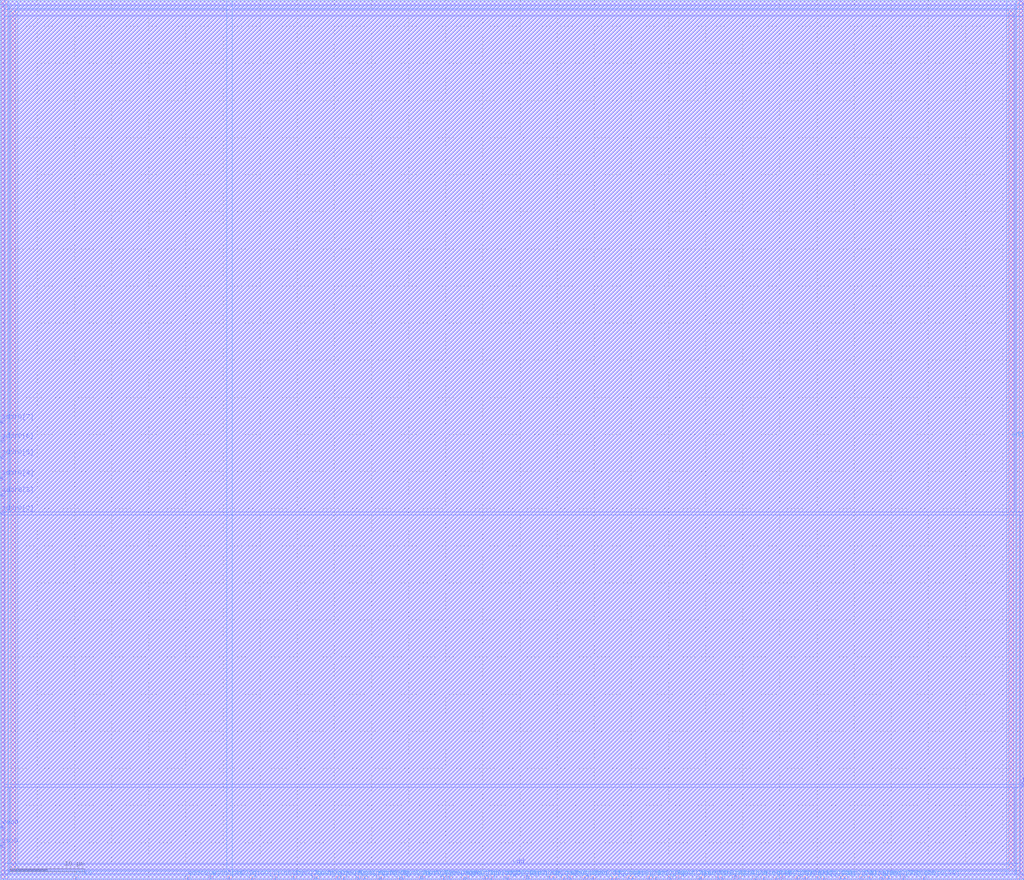
<source format=lef>
VERSION 5.4 ;
NAMESCASESENSITIVE ON ;
BUSBITCHARS "[]" ;
DIVIDERCHAR "/" ;
UNITS
  DATABASE MICRONS 2000 ;
END UNITS
MACRO imem
   CLASS BLOCK ;
   SIZE 137.9 BY 118.58 ;
   SYMMETRY X Y R90 ;
   PIN din0[0]
      DIRECTION INPUT ;
      PORT
         LAYER metal4 ;
         RECT  30.8 0.0 30.94 0.42 ;
      END
   END din0[0]
   PIN din0[1]
      DIRECTION INPUT ;
      PORT
         LAYER metal4 ;
         RECT  33.88 0.0 34.02 0.42 ;
      END
   END din0[1]
   PIN din0[2]
      DIRECTION INPUT ;
      PORT
         LAYER metal4 ;
         RECT  36.96 0.0 37.1 0.42 ;
      END
   END din0[2]
   PIN din0[3]
      DIRECTION INPUT ;
      PORT
         LAYER metal4 ;
         RECT  39.48 0.0 39.62 0.42 ;
      END
   END din0[3]
   PIN din0[4]
      DIRECTION INPUT ;
      PORT
         LAYER metal4 ;
         RECT  42.28 0.0 42.42 0.42 ;
      END
   END din0[4]
   PIN din0[5]
      DIRECTION INPUT ;
      PORT
         LAYER metal4 ;
         RECT  45.36 0.0 45.5 0.42 ;
      END
   END din0[5]
   PIN din0[6]
      DIRECTION INPUT ;
      PORT
         LAYER metal4 ;
         RECT  48.16 0.0 48.3 0.42 ;
      END
   END din0[6]
   PIN din0[7]
      DIRECTION INPUT ;
      PORT
         LAYER metal4 ;
         RECT  51.24 0.0 51.38 0.42 ;
      END
   END din0[7]
   PIN din0[8]
      DIRECTION INPUT ;
      PORT
         LAYER metal4 ;
         RECT  54.04 0.0 54.18 0.42 ;
      END
   END din0[8]
   PIN din0[9]
      DIRECTION INPUT ;
      PORT
         LAYER metal4 ;
         RECT  56.84 0.0 56.98 0.42 ;
      END
   END din0[9]
   PIN din0[10]
      DIRECTION INPUT ;
      PORT
         LAYER metal4 ;
         RECT  59.64 0.0 59.78 0.42 ;
      END
   END din0[10]
   PIN din0[11]
      DIRECTION INPUT ;
      PORT
         LAYER metal4 ;
         RECT  62.72 0.0 62.86 0.42 ;
      END
   END din0[11]
   PIN din0[12]
      DIRECTION INPUT ;
      PORT
         LAYER metal4 ;
         RECT  65.24 0.0 65.38 0.42 ;
      END
   END din0[12]
   PIN din0[13]
      DIRECTION INPUT ;
      PORT
         LAYER metal4 ;
         RECT  68.32 0.0 68.46 0.42 ;
      END
   END din0[13]
   PIN din0[14]
      DIRECTION INPUT ;
      PORT
         LAYER metal4 ;
         RECT  71.12 0.0 71.26 0.42 ;
      END
   END din0[14]
   PIN din0[15]
      DIRECTION INPUT ;
      PORT
         LAYER metal4 ;
         RECT  73.92 0.0 74.06 0.42 ;
      END
   END din0[15]
   PIN din0[16]
      DIRECTION INPUT ;
      PORT
         LAYER metal4 ;
         RECT  76.72 0.0 76.86 0.42 ;
      END
   END din0[16]
   PIN din0[17]
      DIRECTION INPUT ;
      PORT
         LAYER metal4 ;
         RECT  79.8 0.0 79.94 0.42 ;
      END
   END din0[17]
   PIN din0[18]
      DIRECTION INPUT ;
      PORT
         LAYER metal4 ;
         RECT  82.32 0.0 82.46 0.42 ;
      END
   END din0[18]
   PIN din0[19]
      DIRECTION INPUT ;
      PORT
         LAYER metal4 ;
         RECT  85.12 0.0 85.26 0.42 ;
      END
   END din0[19]
   PIN din0[20]
      DIRECTION INPUT ;
      PORT
         LAYER metal4 ;
         RECT  88.2 0.0 88.34 0.42 ;
      END
   END din0[20]
   PIN din0[21]
      DIRECTION INPUT ;
      PORT
         LAYER metal4 ;
         RECT  91.28 0.0 91.42 0.42 ;
      END
   END din0[21]
   PIN din0[22]
      DIRECTION INPUT ;
      PORT
         LAYER metal4 ;
         RECT  94.08 0.0 94.22 0.42 ;
      END
   END din0[22]
   PIN din0[23]
      DIRECTION INPUT ;
      PORT
         LAYER metal4 ;
         RECT  96.6 0.0 96.74 0.42 ;
      END
   END din0[23]
   PIN din0[24]
      DIRECTION INPUT ;
      PORT
         LAYER metal4 ;
         RECT  99.4 0.0 99.54 0.42 ;
      END
   END din0[24]
   PIN din0[25]
      DIRECTION INPUT ;
      PORT
         LAYER metal4 ;
         RECT  102.76 0.0 102.9 0.42 ;
      END
   END din0[25]
   PIN din0[26]
      DIRECTION INPUT ;
      PORT
         LAYER metal4 ;
         RECT  105.28 0.0 105.42 0.42 ;
      END
   END din0[26]
   PIN din0[27]
      DIRECTION INPUT ;
      PORT
         LAYER metal4 ;
         RECT  108.36 0.0 108.5 0.42 ;
      END
   END din0[27]
   PIN din0[28]
      DIRECTION INPUT ;
      PORT
         LAYER metal4 ;
         RECT  110.88 0.0 111.02 0.42 ;
      END
   END din0[28]
   PIN din0[29]
      DIRECTION INPUT ;
      PORT
         LAYER metal4 ;
         RECT  113.68 0.0 113.82 0.42 ;
      END
   END din0[29]
   PIN din0[30]
      DIRECTION INPUT ;
      PORT
         LAYER metal4 ;
         RECT  117.04 0.0 117.18 0.42 ;
      END
   END din0[30]
   PIN din0[31]
      DIRECTION INPUT ;
      PORT
         LAYER metal4 ;
         RECT  119.56 0.0 119.7 0.42 ;
      END
   END din0[31]
   PIN addr0[0]
      DIRECTION INPUT ;
      PORT
         LAYER metal4 ;
         RECT  25.2 0.0 25.34 0.42 ;
      END
   END addr0[0]
   PIN addr0[1]
      DIRECTION INPUT ;
      PORT
         LAYER metal4 ;
         RECT  28.28 0.0 28.42 0.42 ;
      END
   END addr0[1]
   PIN addr0[2]
      DIRECTION INPUT ;
      PORT
         LAYER metal3 ;
         RECT  0.0 49.28 0.42 49.42 ;
      END
   END addr0[2]
   PIN addr0[3]
      DIRECTION INPUT ;
      PORT
         LAYER metal3 ;
         RECT  0.0 51.8 0.42 51.94 ;
      END
   END addr0[3]
   PIN addr0[4]
      DIRECTION INPUT ;
      PORT
         LAYER metal3 ;
         RECT  0.0 54.04 0.42 54.18 ;
      END
   END addr0[4]
   PIN addr0[5]
      DIRECTION INPUT ;
      PORT
         LAYER metal3 ;
         RECT  0.0 56.84 0.42 56.98 ;
      END
   END addr0[5]
   PIN addr0[6]
      DIRECTION INPUT ;
      PORT
         LAYER metal3 ;
         RECT  0.0 59.08 0.42 59.22 ;
      END
   END addr0[6]
   PIN addr0[7]
      DIRECTION INPUT ;
      PORT
         LAYER metal3 ;
         RECT  0.0 61.6 0.42 61.74 ;
      END
   END addr0[7]
   PIN csb0
      DIRECTION INPUT ;
      PORT
         LAYER metal3 ;
         RECT  0.0 4.48 0.42 4.62 ;
      END
   END csb0
   PIN web0
      DIRECTION INPUT ;
      PORT
         LAYER metal3 ;
         RECT  0.0 7.0 0.42 7.14 ;
      END
   END web0
   PIN clk0
      DIRECTION INPUT ;
      PORT
         LAYER metal4 ;
         RECT  10.08 0.0 10.22 0.42 ;
      END
   END clk0
   PIN dout0[0]
      DIRECTION OUTPUT ;
      PORT
         LAYER metal4 ;
         RECT  42.56 0.0 42.7 0.42 ;
      END
   END dout0[0]
   PIN dout0[1]
      DIRECTION OUTPUT ;
      PORT
         LAYER metal4 ;
         RECT  46.2 0.0 46.34 0.42 ;
      END
   END dout0[1]
   PIN dout0[2]
      DIRECTION OUTPUT ;
      PORT
         LAYER metal4 ;
         RECT  49.0 0.0 49.14 0.42 ;
      END
   END dout0[2]
   PIN dout0[3]
      DIRECTION OUTPUT ;
      PORT
         LAYER metal4 ;
         RECT  50.96 0.0 51.1 0.42 ;
      END
   END dout0[3]
   PIN dout0[4]
      DIRECTION OUTPUT ;
      PORT
         LAYER metal4 ;
         RECT  53.76 0.0 53.9 0.42 ;
      END
   END dout0[4]
   PIN dout0[5]
      DIRECTION OUTPUT ;
      PORT
         LAYER metal4 ;
         RECT  56.56 0.0 56.7 0.42 ;
      END
   END dout0[5]
   PIN dout0[6]
      DIRECTION OUTPUT ;
      PORT
         LAYER metal4 ;
         RECT  60.48 0.0 60.62 0.42 ;
      END
   END dout0[6]
   PIN dout0[7]
      DIRECTION OUTPUT ;
      PORT
         LAYER metal4 ;
         RECT  62.44 0.0 62.58 0.42 ;
      END
   END dout0[7]
   PIN dout0[8]
      DIRECTION OUTPUT ;
      PORT
         LAYER metal4 ;
         RECT  66.08 0.0 66.22 0.42 ;
      END
   END dout0[8]
   PIN dout0[9]
      DIRECTION OUTPUT ;
      PORT
         LAYER metal4 ;
         RECT  68.04 0.0 68.18 0.42 ;
      END
   END dout0[9]
   PIN dout0[10]
      DIRECTION OUTPUT ;
      PORT
         LAYER metal4 ;
         RECT  70.84 0.0 70.98 0.42 ;
      END
   END dout0[10]
   PIN dout0[11]
      DIRECTION OUTPUT ;
      PORT
         LAYER metal4 ;
         RECT  74.48 0.0 74.62 0.42 ;
      END
   END dout0[11]
   PIN dout0[12]
      DIRECTION OUTPUT ;
      PORT
         LAYER metal4 ;
         RECT  75.88 0.0 76.02 0.42 ;
      END
   END dout0[12]
   PIN dout0[13]
      DIRECTION OUTPUT ;
      PORT
         LAYER metal4 ;
         RECT  78.68 0.0 78.82 0.42 ;
      END
   END dout0[13]
   PIN dout0[14]
      DIRECTION OUTPUT ;
      PORT
         LAYER metal4 ;
         RECT  82.88 0.0 83.02 0.42 ;
      END
   END dout0[14]
   PIN dout0[15]
      DIRECTION OUTPUT ;
      PORT
         LAYER metal4 ;
         RECT  84.56 0.0 84.7 0.42 ;
      END
   END dout0[15]
   PIN dout0[16]
      DIRECTION OUTPUT ;
      PORT
         LAYER metal4 ;
         RECT  87.36 0.0 87.5 0.42 ;
      END
   END dout0[16]
   PIN dout0[17]
      DIRECTION OUTPUT ;
      PORT
         LAYER metal4 ;
         RECT  90.16 0.0 90.3 0.42 ;
      END
   END dout0[17]
   PIN dout0[18]
      DIRECTION OUTPUT ;
      PORT
         LAYER metal4 ;
         RECT  94.36 0.0 94.5 0.42 ;
      END
   END dout0[18]
   PIN dout0[19]
      DIRECTION OUTPUT ;
      PORT
         LAYER metal4 ;
         RECT  97.16 0.0 97.3 0.42 ;
      END
   END dout0[19]
   PIN dout0[20]
      DIRECTION OUTPUT ;
      PORT
         LAYER metal4 ;
         RECT  98.84 0.0 98.98 0.42 ;
      END
   END dout0[20]
   PIN dout0[21]
      DIRECTION OUTPUT ;
      PORT
         LAYER metal4 ;
         RECT  101.64 0.0 101.78 0.42 ;
      END
   END dout0[21]
   PIN dout0[22]
      DIRECTION OUTPUT ;
      PORT
         LAYER metal4 ;
         RECT  104.44 0.0 104.58 0.42 ;
      END
   END dout0[22]
   PIN dout0[23]
      DIRECTION OUTPUT ;
      PORT
         LAYER metal4 ;
         RECT  107.24 0.0 107.38 0.42 ;
      END
   END dout0[23]
   PIN dout0[24]
      DIRECTION OUTPUT ;
      PORT
         LAYER metal4 ;
         RECT  110.04 0.0 110.18 0.42 ;
      END
   END dout0[24]
   PIN dout0[25]
      DIRECTION OUTPUT ;
      PORT
         LAYER metal4 ;
         RECT  113.12 0.0 113.26 0.42 ;
      END
   END dout0[25]
   PIN dout0[26]
      DIRECTION OUTPUT ;
      PORT
         LAYER metal4 ;
         RECT  115.92 0.0 116.06 0.42 ;
      END
   END dout0[26]
   PIN dout0[27]
      DIRECTION OUTPUT ;
      PORT
         LAYER metal4 ;
         RECT  118.72 0.0 118.86 0.42 ;
      END
   END dout0[27]
   PIN dout0[28]
      DIRECTION OUTPUT ;
      PORT
         LAYER metal4 ;
         RECT  121.52 0.0 121.66 0.42 ;
      END
   END dout0[28]
   PIN dout0[29]
      DIRECTION OUTPUT ;
      PORT
         LAYER metal4 ;
         RECT  124.32 0.0 124.46 0.42 ;
      END
   END dout0[29]
   PIN dout0[30]
      DIRECTION OUTPUT ;
      PORT
         LAYER metal3 ;
         RECT  137.48 12.6 137.9 12.74 ;
      END
   END dout0[30]
   PIN dout0[31]
      DIRECTION OUTPUT ;
      PORT
         LAYER metal3 ;
         RECT  137.48 12.88 137.9 13.02 ;
      END
   END dout0[31]
   PIN vdd
      DIRECTION INOUT ;
      USE POWER ; 
      SHAPE ABUTMENT ; 
      PORT
         LAYER metal3 ;
         RECT  1.4 116.48 136.5 117.18 ;
         LAYER metal3 ;
         RECT  1.4 1.4 136.5 2.1 ;
         LAYER metal4 ;
         RECT  1.4 1.4 2.1 117.18 ;
         LAYER metal4 ;
         RECT  135.8 1.4 136.5 117.18 ;
      END
   END vdd
   PIN gnd
      DIRECTION INOUT ;
      USE GROUND ; 
      SHAPE ABUTMENT ; 
      PORT
         LAYER metal4 ;
         RECT  0.0 0.0 0.7 118.58 ;
         LAYER metal3 ;
         RECT  0.0 117.88 137.9 118.58 ;
         LAYER metal4 ;
         RECT  137.2 0.0 137.9 118.58 ;
         LAYER metal3 ;
         RECT  0.0 0.0 137.9 0.7 ;
      END
   END gnd
   OBS
   LAYER  metal1 ;
      RECT  0.14 0.14 137.76 118.44 ;
   LAYER  metal2 ;
      RECT  0.14 0.14 137.76 118.44 ;
   LAYER  metal3 ;
      RECT  0.56 49.14 137.76 49.56 ;
      RECT  0.14 49.56 0.56 51.66 ;
      RECT  0.14 52.08 0.56 53.9 ;
      RECT  0.14 54.32 0.56 56.7 ;
      RECT  0.14 57.12 0.56 58.94 ;
      RECT  0.14 59.36 0.56 61.46 ;
      RECT  0.14 4.76 0.56 6.86 ;
      RECT  0.14 7.28 0.56 49.14 ;
      RECT  0.56 12.46 137.34 12.88 ;
      RECT  0.56 12.88 137.34 49.14 ;
      RECT  137.34 13.16 137.76 49.14 ;
      RECT  0.56 49.56 1.26 116.34 ;
      RECT  0.56 116.34 1.26 117.32 ;
      RECT  1.26 49.56 136.64 116.34 ;
      RECT  136.64 49.56 137.76 116.34 ;
      RECT  136.64 116.34 137.76 117.32 ;
      RECT  0.56 1.26 1.26 2.24 ;
      RECT  0.56 2.24 1.26 12.46 ;
      RECT  1.26 2.24 136.64 12.46 ;
      RECT  136.64 1.26 137.34 2.24 ;
      RECT  136.64 2.24 137.34 12.46 ;
      RECT  0.14 61.88 0.56 117.74 ;
      RECT  0.56 117.32 1.26 117.74 ;
      RECT  1.26 117.32 136.64 117.74 ;
      RECT  136.64 117.32 137.76 117.74 ;
      RECT  0.14 0.84 0.56 4.34 ;
      RECT  137.34 0.84 137.76 12.46 ;
      RECT  0.56 0.84 1.26 1.26 ;
      RECT  1.26 0.84 136.64 1.26 ;
      RECT  136.64 0.84 137.34 1.26 ;
   LAYER  metal4 ;
      RECT  30.52 0.7 31.22 118.44 ;
      RECT  31.22 0.14 33.6 0.7 ;
      RECT  34.3 0.14 36.68 0.7 ;
      RECT  37.38 0.14 39.2 0.7 ;
      RECT  39.9 0.14 42.0 0.7 ;
      RECT  57.26 0.14 59.36 0.7 ;
      RECT  63.14 0.14 64.96 0.7 ;
      RECT  71.54 0.14 73.64 0.7 ;
      RECT  80.22 0.14 82.04 0.7 ;
      RECT  91.7 0.14 93.8 0.7 ;
      RECT  25.62 0.14 28.0 0.7 ;
      RECT  28.7 0.14 30.52 0.7 ;
      RECT  10.5 0.14 24.92 0.7 ;
      RECT  42.98 0.14 45.08 0.7 ;
      RECT  45.78 0.14 45.92 0.7 ;
      RECT  46.62 0.14 47.88 0.7 ;
      RECT  48.58 0.14 48.72 0.7 ;
      RECT  49.42 0.14 50.68 0.7 ;
      RECT  51.66 0.14 53.48 0.7 ;
      RECT  54.46 0.14 56.28 0.7 ;
      RECT  60.06 0.14 60.2 0.7 ;
      RECT  60.9 0.14 62.16 0.7 ;
      RECT  65.66 0.14 65.8 0.7 ;
      RECT  66.5 0.14 67.76 0.7 ;
      RECT  68.74 0.14 70.56 0.7 ;
      RECT  74.9 0.14 75.6 0.7 ;
      RECT  76.3 0.14 76.44 0.7 ;
      RECT  77.14 0.14 78.4 0.7 ;
      RECT  79.1 0.14 79.52 0.7 ;
      RECT  83.3 0.14 84.28 0.7 ;
      RECT  85.54 0.14 87.08 0.7 ;
      RECT  87.78 0.14 87.92 0.7 ;
      RECT  88.62 0.14 89.88 0.7 ;
      RECT  90.58 0.14 91.0 0.7 ;
      RECT  94.78 0.14 96.32 0.7 ;
      RECT  97.58 0.14 98.56 0.7 ;
      RECT  99.82 0.14 101.36 0.7 ;
      RECT  102.06 0.14 102.48 0.7 ;
      RECT  103.18 0.14 104.16 0.7 ;
      RECT  104.86 0.14 105.0 0.7 ;
      RECT  105.7 0.14 106.96 0.7 ;
      RECT  107.66 0.14 108.08 0.7 ;
      RECT  108.78 0.14 109.76 0.7 ;
      RECT  110.46 0.14 110.6 0.7 ;
      RECT  111.3 0.14 112.84 0.7 ;
      RECT  114.1 0.14 115.64 0.7 ;
      RECT  116.34 0.14 116.76 0.7 ;
      RECT  117.46 0.14 118.44 0.7 ;
      RECT  119.14 0.14 119.28 0.7 ;
      RECT  119.98 0.14 121.24 0.7 ;
      RECT  121.94 0.14 124.04 0.7 ;
      RECT  1.12 0.7 2.38 1.12 ;
      RECT  1.12 117.46 2.38 118.44 ;
      RECT  2.38 0.7 30.52 1.12 ;
      RECT  2.38 1.12 30.52 117.46 ;
      RECT  2.38 117.46 30.52 118.44 ;
      RECT  31.22 0.7 135.52 1.12 ;
      RECT  31.22 1.12 135.52 117.46 ;
      RECT  31.22 117.46 135.52 118.44 ;
      RECT  135.52 0.7 136.78 1.12 ;
      RECT  135.52 117.46 136.78 118.44 ;
      RECT  0.98 0.14 9.8 0.7 ;
      RECT  0.98 0.7 1.12 1.12 ;
      RECT  0.98 1.12 1.12 117.46 ;
      RECT  0.98 117.46 1.12 118.44 ;
      RECT  124.74 0.14 136.92 0.7 ;
      RECT  136.78 0.7 136.92 1.12 ;
      RECT  136.78 1.12 136.92 117.46 ;
      RECT  136.78 117.46 136.92 118.44 ;
   END
END    imem
END    LIBRARY

</source>
